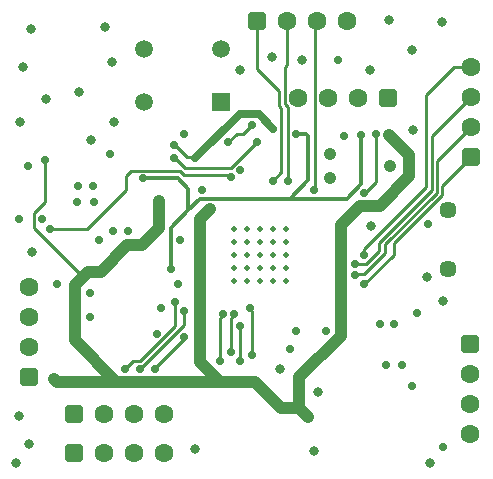
<source format=gbr>
%TF.GenerationSoftware,Altium Limited,Altium Designer,24.1.2 (44)*%
G04 Layer_Physical_Order=4*
G04 Layer_Color=16711680*
%FSLAX45Y45*%
%MOMM*%
%TF.SameCoordinates,9F746DA8-F38A-4014-887F-1EC8760E2830*%
%TF.FilePolarity,Positive*%
%TF.FileFunction,Copper,L4,Bot,Signal*%
%TF.Part,Single*%
G01*
G75*
%TA.AperFunction,Conductor*%
%ADD28C,0.25000*%
%ADD29C,0.30000*%
%ADD31C,1.00000*%
%ADD33C,0.70000*%
%TA.AperFunction,ComponentPad*%
%ADD35R,1.49800X1.49800*%
%ADD36C,1.49800*%
%ADD37C,1.06700*%
%ADD38C,1.60000*%
G04:AMPARAMS|DCode=39|XSize=1.6mm|YSize=1.6mm|CornerRadius=0.4mm|HoleSize=0mm|Usage=FLASHONLY|Rotation=0.000|XOffset=0mm|YOffset=0mm|HoleType=Round|Shape=RoundedRectangle|*
%AMROUNDEDRECTD39*
21,1,1.60000,0.80000,0,0,0.0*
21,1,0.80000,1.60000,0,0,0.0*
1,1,0.80000,0.40000,-0.40000*
1,1,0.80000,-0.40000,-0.40000*
1,1,0.80000,-0.40000,0.40000*
1,1,0.80000,0.40000,0.40000*
%
%ADD39ROUNDEDRECTD39*%
G04:AMPARAMS|DCode=40|XSize=1.6mm|YSize=1.6mm|CornerRadius=0.4mm|HoleSize=0mm|Usage=FLASHONLY|Rotation=90.000|XOffset=0mm|YOffset=0mm|HoleType=Round|Shape=RoundedRectangle|*
%AMROUNDEDRECTD40*
21,1,1.60000,0.80000,0,0,90.0*
21,1,0.80000,1.60000,0,0,90.0*
1,1,0.80000,0.40000,0.40000*
1,1,0.80000,0.40000,-0.40000*
1,1,0.80000,-0.40000,-0.40000*
1,1,0.80000,-0.40000,0.40000*
%
%ADD40ROUNDEDRECTD40*%
%ADD41C,1.45000*%
%TA.AperFunction,ViaPad*%
%ADD42C,0.80000*%
%ADD43C,0.70000*%
%ADD44C,0.50000*%
D28*
X9479500Y11229500D02*
X9500000Y11250000D01*
X9479500Y9829500D02*
Y11229500D01*
X9475000Y9825000D02*
X9479500Y9829500D01*
X9250000Y9900000D02*
Y10528901D01*
X9225500Y10553401D02*
X9250000Y10528901D01*
X9225500Y10862020D02*
X9242500Y10879019D01*
Y11246500D01*
X9246000Y11250000D01*
X9180500Y10534762D02*
X9197500Y10517762D01*
X9225500Y10553401D02*
Y10862020D01*
X9197500Y9972500D02*
Y10517762D01*
X8992000Y10851067D02*
X9180500Y10662567D01*
Y10534762D02*
Y10662567D01*
X9125000Y9900000D02*
X9197500Y9972500D01*
X8992000Y10851067D02*
Y11250000D01*
X9899801Y9275199D02*
X9901265Y9276662D01*
Y9326265D02*
X10425000Y9850000D01*
X9901265Y9276662D02*
Y9326265D01*
X10425000Y9850000D02*
Y10625000D01*
X10560000Y9782721D02*
Y9860000D01*
X10150000Y9372721D02*
X10560000Y9782721D01*
X10150000Y9275000D02*
Y9372721D01*
X10560000Y9860000D02*
X10800000Y10100000D01*
X10025000Y9375000D02*
X10470000Y9820000D01*
X10075000Y9361360D02*
X10515000Y9801360D01*
Y10069000D01*
X10470000Y9820000D02*
Y10278000D01*
X10075000Y9289888D02*
Y9361360D01*
X10515000Y10069000D02*
X10800000Y10354000D01*
X10470000Y10278000D02*
X10800000Y10608000D01*
X10425000Y10625000D02*
X10662000Y10862000D01*
X10800000D01*
X9900000Y9025000D02*
X10150000Y9275000D01*
X9833610Y9108610D02*
X9893722D01*
X9825000Y9100000D02*
X9833610Y9108610D01*
X10025000Y9304938D02*
Y9375000D01*
X9828541Y9196918D02*
X9916980D01*
X10025000Y9304938D01*
X9893722Y9108610D02*
X10075000Y9289888D01*
X9825230Y9200230D02*
X9828541Y9196918D01*
X10000000Y9890000D02*
Y10300000D01*
X9900000Y9800000D02*
X9910000D01*
X10000000Y9890000D01*
X8950000Y8425000D02*
Y8797823D01*
X8935000Y8812823D02*
X8950000Y8797823D01*
X8935000Y8812823D02*
Y8825000D01*
X8850000Y8375000D02*
Y8675000D01*
X8775000Y8737823D02*
X8800000Y8762823D01*
X8775000Y8450000D02*
Y8737823D01*
X8800000Y8762823D02*
Y8775000D01*
X8675000Y8737823D02*
X8700000Y8762823D01*
X8675000Y8375000D02*
Y8737823D01*
X8700000Y8762823D02*
Y8775000D01*
X8125000Y8305000D02*
Y8315000D01*
X8375000Y8565000D01*
Y8575000D01*
X8000000Y8305000D02*
X8375000Y8680000D01*
X8003861Y8372500D02*
X8300000Y8668640D01*
Y8875000D01*
X8375000Y8680000D02*
Y8800000D01*
X7942500Y8372500D02*
X8003861D01*
X7875000Y8305000D02*
X7942500Y8372500D01*
X8750000Y10225000D02*
X8825000Y10300000D01*
X8875000D01*
X8950000Y10375000D01*
X8770000Y10010000D02*
X8990000Y10230000D01*
X7471790Y9128210D02*
X7561789D01*
X7100000Y9500000D02*
X7471790Y9128210D01*
X7100000Y9500000D02*
Y9625000D01*
X7200000Y9725000D01*
X7240000Y9490000D02*
X7548962D01*
X7200000Y9725000D02*
Y10075000D01*
X8286412Y10200000D02*
X8297823D01*
X8275000D02*
X8286412D01*
X8297823D02*
X8399213Y10098610D01*
X8461390D01*
X8470000Y10090000D01*
X8292500D02*
X8300000D01*
X8380000Y10010000D01*
X7927500Y9987500D02*
X8338860D01*
X8376360Y9950000D01*
X7880000Y9940000D02*
X7927500Y9987500D01*
X8737823Y9950000D02*
X8757823Y9930000D01*
X8376360Y9950000D02*
X8737823D01*
X8757823Y9930000D02*
X8770000D01*
X8380000Y10010000D02*
X8770000D01*
X7548962Y9490000D02*
X7880000Y9821038D01*
Y9940000D01*
D29*
X9270000Y9750000D02*
X9427500Y9907500D01*
X9317500Y10300000D02*
X9409926D01*
X9427500Y9907500D02*
Y10282426D01*
X9409926Y10300000D02*
X9427500Y10282426D01*
X9270000Y9750000D02*
X9750000D01*
X9870000Y9870000D02*
Y10290000D01*
X9750000Y9750000D02*
X9870000Y9870000D01*
X8030000Y9920000D02*
X8320000D01*
X8410000Y9650000D02*
X8510000Y9750000D01*
X8410000Y9650000D02*
Y9830000D01*
X8260000Y9500000D02*
X8410000Y9650000D01*
X8320000Y9920000D02*
X8410000Y9830000D01*
X8510000Y9750000D02*
X9270000D01*
X8260000Y9155000D02*
Y9500000D01*
D31*
X8510000Y9580000D02*
X8590000Y9660000D01*
X8510000Y8920000D02*
Y9580000D01*
X9860000Y9690000D02*
X10030000D01*
X9700000Y9530000D02*
X9860000Y9690000D01*
X10030000D02*
X10280000Y9940000D01*
Y10120000D01*
X9700000Y8590000D02*
Y9530000D01*
X9350000Y8240000D02*
X9700000Y8590000D01*
X8675000Y8200000D02*
X8971079D01*
X8200000D02*
X8675000D01*
X8507312Y8367688D02*
X8675000Y8200000D01*
X7800000D02*
X8200000D01*
X7450000Y8550000D02*
X7800000Y8200000D01*
X7300000D02*
X7800000D01*
X8971079D02*
X9196079Y7975000D01*
X8507312Y8367688D02*
Y8917583D01*
X9196079Y7975000D02*
X9350000D01*
X7275000Y8225000D02*
X7300000Y8200000D01*
X9350000Y7975000D02*
Y8240000D01*
X7450000Y8550000D02*
Y9016421D01*
X9350000Y7975000D02*
X9425000Y7900000D01*
X7450000Y9016421D02*
X7561789Y9128210D01*
X7668210D01*
X10110000Y10290000D02*
X10280000Y10120000D01*
X8160000Y9500000D02*
Y9730000D01*
X8015000Y9355000D02*
X8160000Y9500000D01*
X7895000Y9355000D02*
X8015000D01*
X7668210Y9128210D02*
X7895000Y9355000D01*
D33*
X9005000Y10465000D02*
X9130000Y10340000D01*
X8845000Y10465000D02*
X9005000D01*
X8470000Y10090000D02*
X8845000Y10465000D01*
D35*
X8685000Y10565000D02*
D03*
D36*
X8035000D02*
D03*
X8685000Y11015000D02*
D03*
X8035000D02*
D03*
D37*
X9613500Y10124100D02*
D03*
Y9920900D02*
D03*
X10121500Y10022500D02*
D03*
D38*
X9246000Y11250000D02*
D03*
X9500000D02*
D03*
X9754000D02*
D03*
X9846000Y10600000D02*
D03*
X9592000D02*
D03*
X9338000D02*
D03*
X10800000Y10354000D02*
D03*
Y10608000D02*
D03*
Y10862000D02*
D03*
X10797500Y8265000D02*
D03*
Y8011000D02*
D03*
Y7757000D02*
D03*
X7065000Y8490500D02*
D03*
Y8744500D02*
D03*
Y8998500D02*
D03*
X7692000Y7925000D02*
D03*
X7946000D02*
D03*
X8200000D02*
D03*
X7692000Y7600000D02*
D03*
X7946000D02*
D03*
X8200000D02*
D03*
D39*
X8992000Y11250000D02*
D03*
X10100000Y10600000D02*
D03*
X7438000Y7925000D02*
D03*
Y7600000D02*
D03*
D40*
X10800000Y10100000D02*
D03*
X10797500Y8519000D02*
D03*
X7065000Y8236500D02*
D03*
D41*
X10610000Y9150000D02*
D03*
Y9650000D02*
D03*
D42*
X10567500Y8885000D02*
D03*
X6955000Y7512500D02*
D03*
X6980000Y7912500D02*
D03*
X7487500Y10655000D02*
D03*
X7785000Y10402500D02*
D03*
X6987500D02*
D03*
X7010000Y10865000D02*
D03*
X7707710Y11202034D02*
D03*
X7080000Y11187500D02*
D03*
X9510000Y8115000D02*
D03*
X10430000Y9085000D02*
D03*
X9955000Y9517500D02*
D03*
X10315000Y10327500D02*
D03*
X10557500Y11242500D02*
D03*
X10110000Y11265000D02*
D03*
X10305000Y11010000D02*
D03*
X9947500Y10837500D02*
D03*
X9122500Y10947500D02*
D03*
X9375000Y10922500D02*
D03*
X8847500Y10837500D02*
D03*
X7762500Y10902500D02*
D03*
X7202500Y10595000D02*
D03*
X7590000Y10242500D02*
D03*
X7087500Y9295000D02*
D03*
X9185000Y8310000D02*
D03*
X10452500Y7512500D02*
D03*
X9477860Y7613086D02*
D03*
X8470000Y7630000D02*
D03*
X7065000Y7672500D02*
D03*
D43*
X10030000Y8690000D02*
D03*
X10152500D02*
D03*
X10302500Y8160000D02*
D03*
X10215000Y8345000D02*
D03*
X10080000Y8340000D02*
D03*
X7605000Y9852500D02*
D03*
X7610000Y9725000D02*
D03*
X7470000Y9722500D02*
D03*
X7472500Y9860000D02*
D03*
X8337500Y9402500D02*
D03*
X9675000Y10925000D02*
D03*
X9475000Y9825000D02*
D03*
X9317500Y10300000D02*
D03*
X9130000Y10340000D02*
D03*
X9250000Y9900000D02*
D03*
X9125000D02*
D03*
X9900000Y9025000D02*
D03*
X9825000Y9100000D02*
D03*
X9899801Y9275199D02*
D03*
X9825230Y9200230D02*
D03*
X10000000Y10300000D02*
D03*
X9900000Y9800000D02*
D03*
X8935000Y8825000D02*
D03*
X8950000Y8425000D02*
D03*
X8850000Y8675000D02*
D03*
Y8375000D02*
D03*
X8800000Y8775000D02*
D03*
X8775000Y8450000D02*
D03*
X8675000Y8375000D02*
D03*
X8700000Y8775000D02*
D03*
X8375000Y8575000D02*
D03*
Y8800000D02*
D03*
X8125000Y8305000D02*
D03*
X8142950Y8607049D02*
D03*
X8000000Y8305000D02*
D03*
X8300000Y8875000D02*
D03*
X7875000Y8305000D02*
D03*
X8971079Y8200000D02*
D03*
X8200000D02*
D03*
X8507312Y8917583D02*
D03*
X7275000Y8225000D02*
D03*
X7300000Y9025000D02*
D03*
X8950000Y10375000D02*
D03*
X8990000Y10230000D02*
D03*
X8750000Y10225000D02*
D03*
X7240000Y9490000D02*
D03*
X7200000Y10075000D02*
D03*
X7561789Y9128210D02*
D03*
X7575000Y8750000D02*
D03*
Y8950000D02*
D03*
X7900000Y9475000D02*
D03*
X9600000Y8500000D02*
D03*
X9275000Y8475000D02*
D03*
X8175000Y8825000D02*
D03*
X9425000Y7900000D02*
D03*
X8286412Y10200000D02*
D03*
X8292500Y10090000D02*
D03*
X8375000Y10300000D02*
D03*
X10563195Y7650015D02*
D03*
X10436250Y9533750D02*
D03*
X10110000Y10290000D02*
D03*
X8470000Y10090000D02*
D03*
X8030000Y9920000D02*
D03*
X8770000Y9930000D02*
D03*
X9780000Y9610000D02*
D03*
X9575000Y8625000D02*
D03*
X8590000Y9660000D02*
D03*
X8160000Y9730000D02*
D03*
X7650000Y9400000D02*
D03*
X7775000Y9475000D02*
D03*
X6975000Y9575000D02*
D03*
X7050000Y10025000D02*
D03*
X8850000Y9990000D02*
D03*
X9730000Y10283911D02*
D03*
X10350000Y8783911D02*
D03*
X9325000Y8625000D02*
D03*
X8325000Y9025000D02*
D03*
X8525000Y9825000D02*
D03*
X7750000Y10125000D02*
D03*
X7175000Y9575000D02*
D03*
X9870000Y10290000D02*
D03*
X8260000Y9155000D02*
D03*
D44*
X9235000Y9055000D02*
D03*
X9125000D02*
D03*
X9015000D02*
D03*
X8905000D02*
D03*
X8795000D02*
D03*
X9235000Y9165000D02*
D03*
X9125000D02*
D03*
X9015000D02*
D03*
X8905000D02*
D03*
X8795000D02*
D03*
X9235000Y9275000D02*
D03*
X9125000D02*
D03*
X9015000D02*
D03*
X8905000D02*
D03*
X8795000D02*
D03*
X9235000Y9385000D02*
D03*
X9125000D02*
D03*
X9015000D02*
D03*
X8905000D02*
D03*
X8795000D02*
D03*
X9235000Y9495000D02*
D03*
X9125000D02*
D03*
X9015000D02*
D03*
X8905000D02*
D03*
X8795000D02*
D03*
%TF.MD5,caf6910ee0462d0c0e28b29931788dc6*%
M02*

</source>
